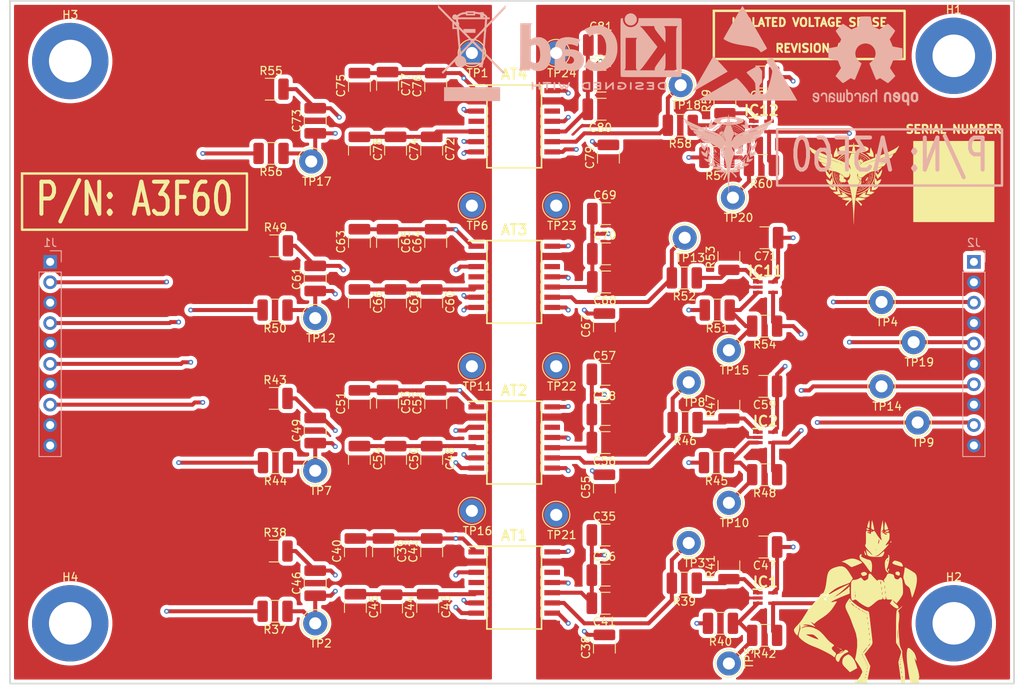
<source format=kicad_pcb>
(kicad_pcb (version 20241229) (generator "pcbnew") (generator_version "9.0")
  (layers (0 "F.Cu" signal) (4 "In1.Cu" signal) (6 "In2.Cu" signal) (2 "B.Cu" signal) (13 "F.Paste" user) (15 "B.Paste" user) (5 "F.SilkS" user "F.Silkscreen") (7 "B.SilkS" user "B.Silkscreen") (1 "F.Mask" user) (3 "B.Mask" user) (25 "Edge.Cuts" user))
  (net 0 "")
  (net 1 "+5V")
  (net 2 "Net-(AT1-DCDC_IN)")
  (net 3 "GNDPWR")
  (net 4 "Net-(AT1-INN)")
  (net 5 "Net-(AT1-OUTP)")
  (net 6 "Net-(AT1-OUTN)")
  (net 7 "Net-(AT1-HLDO_OUT)")
  (net 9 "GND")
  (net 10 "Net-(AT1-DCDC_OUT)")
  (net 12 "Net-(AT1-INP)")
  (net 13 "Net-(AT2-OUTP)")
  (net 15 "Net-(AT2-INN)")
  (net 16 "Net-(AT2-DCDC_IN)")
  (net 17 "Net-(AT2-HLDO_OUT)")
  (net 18 "Net-(AT2-INP)")
  (net 19 "Net-(AT2-OUTN)")
  (net 20 "Net-(AT2-DCDC_OUT)")
  (net 22 "Net-(AT3-INP)")
  (net 23 "Net-(AT3-DCDC_IN)")
  (net 25 "Net-(AT3-DCDC_OUT)")
  (net 26 "Net-(AT3-HLDO_OUT)")
  (net 28 "Net-(AT3-OUTP)")
  (net 29 "Net-(AT3-INN)")
  (net 30 "Net-(AT3-OUTN)")
  (net 31 "Net-(AT4-INP)")
  (net 32 "Net-(AT4-OUTN)")
  (net 33 "Net-(AT4-DCDC_OUT)")
  (net 34 "Net-(AT4-DCDC_IN)")
  (net 35 "Net-(AT4-INN)")
  (net 36 "Net-(AT4-HLDO_OUT)")
  (net 39 "Net-(AT4-OUTP)")
  (net 40 "Net-(IC1--IN)")
  (net 41 "Net-(IC1-+IN)")
  (net 42 "DC_LINK_BUS_ISOLATED_VSENSE")
  (net 43 "PHASE_U_ISOLATED_VSENSE")
  (net 44 "Net-(IC2--IN)")
  (net 45 "Net-(IC2-+IN)")
  (net 46 "Net-(IC11--IN)")
  (net 47 "PHASE_V_ISOLATED_VSENSE")
  (net 48 "Net-(IC11-+IN)")
  (net 49 "PHASE_W_ISOLATED_VSENSE")
  (net 50 "Net-(IC12-+IN)")
  (net 51 "Net-(IC12--IN)")
  (net 52 "PHASE_V_VSENSE")
  (net 53 "PHASE_U_VSENSE")
  (net 54 "DC_LINK_BUS_VSENSE")
  (net 55 "PHASE_W_VSENSE")
  (footprint "Resistor_SMD:R_1210_3225Metric_Pad1.30x2.65mm_HandSolder" (layer "F.Cu") (at 120.55 88)
    (property "Reference" "R49")
    (property "Value" "0")
  )
  (footprint "Capacitor_SMD:C_1210_3225Metric_Pad1.33x2.70mm_HandSolder" (layer "F.Cu") (at 140.5 68.0625 90)
    (property "Reference" "C76")
    (property "Value" "100nF")
  )
  (footprint "Resistor_SMD:R_1210_3225Metric_Pad1.30x2.65mm_HandSolder" (layer "F.Cu") (at 175.55 96 180)
    (property "Reference" "R51")
    (property "Value" "10k")
  )
  (footprint "Capacitor_SMD:C_1210_3225Metric_Pad1.33x2.70mm_HandSolder" (layer "F.Cu") (at 161.5 124)
    (property "Reference" "C35")
    (property "Value" "1uF")
  )
  (footprint "InverterCom:SOT65P210X110-5N" (layer "F.Cu") (at 181.55 93.15)
    (property "Reference" "IC11")
    (property "Value" "TLV6001QDCKRQ1" (hide yes))
  )
  (footprint "MountingHole:MountingHole_5.3mm_M5_ISO7380_Pad" (layer "F.Cu") (at 95 135)
    (property "Reference" "H4")
    (property "Value" "MountingHole_Pad")
  )
  (footprint "Capacitor_SMD:C_1210_3225Metric_Pad1.33x2.70mm_HandSolder" (layer "F.Cu") (at 181.0625 67 180)
    (property "Reference" "C83")
    (property "Value" "100nF")
  )
  (footprint "Resistor_SMD:R_1210_3225Metric_Pad1.30x2.65mm_HandSolder" (layer "F.Cu") (at 171.55 110 180)
    (property "Reference" "R46")
    (property "Value" "10k")
  )
  (footprint "TestPoint:TestPoint_Loop_D2.54mm_Drill1.5mm_Beaded" (layer "F.Cu") (at 171 68)
    (property "Reference" "TP18")
    (property "Value" "TestPoint")
  )
  (footprint "TestPoint:TestPoint_Loop_D2.54mm_Drill1.5mm_Beaded" (layer "F.Cu") (at 155.5 103)
    (property "Reference" "TP22")
    (property "Value" "TestPoint")
  )
  (footprint "TestPoint:TestPoint_Loop_D2.54mm_Drill1.5mm_Beaded" (layer "F.Cu") (at 145 103)
    (property "Reference" "TP11")
    (property "Value" "TestPoint")
  )
  (footprint "Resistor_SMD:R_1210_3225Metric_Pad1.30x2.65mm_HandSolder" (layer "F.Cu") (at 120.5 126)
    (property "Reference" "R38")
    (property "Value" "0")
  )
  (footprint "Resistor_SMD:R_1210_3225Metric_Pad1.30x2.65mm_HandSolder" (layer "F.Cu") (at 170.95 73 180)
    (property "Reference" "R58")
    (property "Value" "10k")
  )
  (footprint "TestPoint:TestPoint_Loop_D2.54mm_Drill1.5mm_Beaded" (layer "F.Cu") (at 177 120)
    (property "Reference" "TP10")
    (property "Value" "TestPoint")
  )
  (footprint "TestPoint:TestPoint_Loop_D2.54mm_Drill1.5mm_Beaded" (layer "F.Cu") (at 172 105)
    (property "Reference" "TP8")
    (property "Value" "TestPoint")
  )
  (footprint "Resistor_SMD:R_1210_3225Metric_Pad1.30x2.65mm_HandSolder" (layer "F.Cu") (at 177 107.95 90)
    (property "Reference" "R47")
    (property "Value" "16.5k")
  )
  (footprint "InverterCom:Silkscreen_Logo_CelstialBeing_S" (layer "F.Cu") (at 192.5 80)
    (property "Reference" "G***" (hide yes))
    (property "Value" "LOGO" (hide yes))
  )
  (footprint "Capacitor_SMD:C_1210_3225Metric_Pad1.33x2.70mm_HandSolder" (layer "F.Cu") (at 161 71 180)
    (property "Reference" "C80")
    (property "Value" "10nF")
  )
  (footprint "TestPoint:TestPoint_Loop_D2.54mm_Drill1.5mm_Beaded" (layer "F.Cu") (at 177 140 90)
    (property "Reference" "TP5")
    (property "Value" "TestPoint")
  )
  (footprint "TestPoint:TestPoint_Loop_D2.54mm_Drill1.5mm_Beaded" (layer "F.Cu") (at 172 125)
    (property "Reference" "TP3")
    (property "Value" "TestPoint")
  )
  (footprint "TestPoint:TestPoint_Loop_D2.54mm_Drill1.5mm_Beaded" (layer "F.Cu") (at 125.5 135)
    (property "Reference" "TP2")
    (property "Value" "TestPoint")
  )
  (footprint "Resistor_SMD:R_1210_3225Metric_Pad1.30x2.65mm_HandSolder" (layer "F.Cu") (at 120.5 107)
    (property "Reference" "R43")
    (property "Value" "0")
  )
  (footprint "Capacitor_SMD:C_1210_3225Metric_Pad1.33x2.70mm_HandSolder" (layer "F.Cu") (at 135.5 95 -90)
    (property "Reference" "C62")
    (property "Value" "100nF")
  )
  (footprint "Resistor_SMD:R_1210_3225Metric_Pad1.30x2.65mm_HandSolder" (layer "F.Cu") (at 181.45 116.5 180)
    (property "Reference" "R48")
    (property "Value" "16.5k")
  )
  (footprint "Capacitor_SMD:C_1210_3225Metric_Pad1.33x2.70mm_HandSolder" (layer "F.Cu") (at 125.5 130 90)
    (property "Reference" "C46")
    (property "Value" "10nF")
  )
  (footprint "Capacitor_SMD:C_1210_3225Metric_Pad1.33x2.70mm_HandSolder" (layer "F.Cu") (at 140 126 90)
    (property "Reference" "C42")
    (property "Value" "100nF")
  )
  (footprint "TestPoint:TestPoint_Loop_D2.54mm_Drill1.5mm_Beaded" (layer "F.Cu") (at 196 105.5)
    (property "Reference" "TP14")
    (property "Value" "TestPoint")
  )
  (footprint "Capacitor_SMD:C_1210_3225Metric_Pad1.33x2.70mm_HandSolder" (layer "F.Cu") (at 161.5 132.5 180)
    (property "Reference" "C41")
    (property "Value" "10nF")
  )
  (footprint "Capacitor_SMD:C_1210_3225Metric_Pad1.33x2.70mm_HandSolder" (layer "F.Cu") (at 135.5 76 -90)
    (property "Reference" "C74")
    (property "Value" "100nF")
  )
  (footprint "Resistor_SMD:R_1210_3225Metric_Pad1.30x2.65mm_HandSolder" (layer "F.Cu") (at 176.5 69.95 90)
    (property "Reference" "R59")
    (property "Value" "16.5k")
  )
  (footprint "Capacitor_SMD:C_1210_3225Metric_Pad1.33x2.70mm_HandSolder" (layer "F.Cu") (at 181.4375 125.5 180)
    (property "Reference" "C47")
    (property "Value" "100nF")
  )
  (footprint "TestPoint:TestPoint_Loop_D2.54mm_Drill1.5mm_Beaded" (layer "F.Cu") (at 145 64)
    (property "Reference" "TP1")
    (property "Value" "TestPoint")
  )
  (footprint "Capacitor_SMD:C_1210_3225Metric_Pad1.33x2.70mm_HandSolder" (layer "F.Cu") (at 135.5 114.5 -90)
    (property "Reference" "C50")
    (property "Value" "100nF")
  )
  (footprint "Capacitor_SMD:C_1210_3225Metric_Pad1.33x2.70mm_HandSolder" (layer "F.Cu") (at 131 95 -90)
    (property "Reference" "C66")
    (property "Value" "1uF")
  )
  (footprint "Capacitor_SMD:C_1210_3225Metric_Pad1.33x2.70mm_HandSolder" (layer "F.Cu") (at 131 114.5 -90)
    (property "Reference" "C54")
    (property "Value" "1uF")
  )
  (footprint "Capacitor_SMD:C_1210_3225Metric_Pad1.33x2.70mm_HandSolder" (layer "F.Cu") (at 131 68.0625 90)
    (property "Reference" "C75")
    (property "Value" "10nF")
  )
  (footprint "Capacitor_SMD:C_1210_3225Metric_Pad1.33x2.70mm_HandSolder" (layer "F.Cu") (at 161.5 109)
    (property "Reference" "C58")
    (property "Value" "100nF")
  )
  (footprint "Capacitor_SMD:C_1210_3225Metric_Pad1.33x2.70mm_HandSolder" (layer "F.Cu") (at 139.5 132.9375 -90)
    (property "Reference" "C43")
    (property "Value" "10nF")
  )
  (footprint "InverterCom:Char_AllelujahHaptism" (layer "F.Cu") (at 195 131)
    (property "Reference" "G***" (hide yes))
    (property "Value" "LOGO" (hide yes))
  )
  (footprint "TestPoint:TestPoint_Loop_D2.54mm_Drill1.5mm_Beaded" (layer "F.Cu") (at 145 121)
    (property "Reference" "TP16")
    (property "Value" "TestPoint")
  )
  (footprint "TestPoint:TestPoint_Loop_D2.54mm_Drill1.5mm_Beaded" (layer "F.Cu") (at 125 77.5)
    (property "Reference" "TP17")
    (property "Value" "TestPoint")
  )
  (footprint "Capacitor_SMD:C_1210_3225Metric_Pad1.33x2.70mm_HandSolder" (layer "F.Cu") (at 134.5 67.9375 -90)
    (property "Reference" "C77")
    (property "Value" "1uF")
  )
  (footprint "Capacitor_SMD:C_1210_3225Metric_Pad1.33x2.70mm_HandSolder" (layer "F.Cu") (at 161.0625 63)
    (property "Reference" "C81")
    (property "Value" "1uF")
  )
  (footprint "InverterCom:SOT65P210X110-5N" (layer "F.Cu") (at 181.55 131.85)
    (property "Reference" "IC1")
    (property "Value" "TLV6001QDCKRQ1" (hide yes))
  )
  (footprint "Resistor_SMD:R_1210_3225Metric_Pad1.30x2.65mm_HandSolder" (layer "F.Cu") (at 120.5 133.5 180)
    (property "Reference" "R37")
    (property "Value" "0")
  )
  (footprint "Resistor_SMD:R_1210_3225Metric_Pad1.30x2.65mm_HandSolder" (layer "F.Cu") (at 175.5 77 180)
    (property "Reference" "R57")
    (property "Value" "10k")
  )
  (footprint "Capacitor_SMD:C_1210_3225Metric_Pad1.33x2.70mm_HandSolder" (layer "F.Cu") (at 161.5 112.5 180)
    (property "Reference" "C56")
    (property "Value" "10nF")
  )
  (footprint "Capacitor_SMD:C_1210_3225Metric_Pad1.33x2.70mm_HandSolder" (layer "F.Cu") (at 161.5 98 90)
    (property "Reference" "C67")
    (property "Value" "100nF")
  )
  (footprint "Resistor_SMD:R_1210_3225Metric_Pad1.30x2.65mm_HandSolder" (layer "F.Cu") (at 120.55 115 180)
    (property "Reference" "R44")
    (property "Value" "0")
  )
  (footprint "TestPoint:TestPoint_Loop_D2.54mm_Drill1.5mm_Beaded" (layer "F.Cu") (at 177 101)
    (property "Reference" "TP15")
    (property "Value" "TestPoint")
  )
  (footprint "InverterCom:SOIC127P1030X265-16N" (layer "F.Cu") (at 150.275 130.555)
    (property "Reference" "AT1")
    (property "Value" "AMC3330QDWERQ1" (hide yes))
  )
  (footprint "Resistor_SMD:R_1210_3225Metric_Pad1.30x2.65mm_HandSolder" (layer "F.Cu") (at 171.45 130 180)
    (property "Reference" "R39")
    (property "Value" "10k")
  )
  (footprint "Capacitor_SMD:C_1210_3225Metric_Pad1.33x2.70mm_HandSolder" (layer "F.Cu") (at 134.5 107.5 -90)
    (property "Reference" "C53")
    (property "Value" "1uF")
  )
  (footprint "Capacitor_SMD:C_1210_3225Metric_Pad1.33x2.70mm_HandSolder" (layer "F.Cu") (at 161.5625 92.5 180)
    (property "Reference" "C68")
    (property "Value" "10nF")
  )
  (footprint "Capacitor_SMD:C_1210_3225Metric_Pad1.33x2.70mm_HandSolder" (layer "F.Cu") (at 140 114.5 -90)
    (property "Reference" "C48")
    (property "Value" "10nF")
  )
  (footprint "TestPoint:TestPoint_Loop_D2.54mm_Drill1.5mm_Beaded" (layer "F.Cu") (at 145 83)
    (property "Reference" "TP6")
    (property "Value" "TestPoint")
  )
  (footprint "InverterCom:SOIC127P1030X265-16N" (layer "F.Cu") (at 150.275 73.135)
    (property "Reference" "AT4")
    (property "Value" "AMC3330QDWERQ1" (hide yes))
  )
  (footprint "TestPoint:TestPoint_Loop_D2.54mm_Drill1.5mm_Beaded" (layer "F.Cu") (at 155.5 83)
    (property "Reference" "TP23")
    (property "Value" "TestPoint")
  )
  (footprint "Capacitor_SMD:C_1210_3225Metric_Pad1.33x2.70mm_HandSolder" (layer "F.Cu") (at 181.4375 105.5 180)
    (property "Reference" "C59")
    (property "Value" "100nF")
  )
  (footprint "Resistor_SMD:R_1210_3225Metric_Pad1.30x2.65mm_HandSolder" (layer "F.Cu") (at 177 89.45 90)
    (property "Reference" "R53")
    (property "Value" "16.5k")
  )
  (footprint "MountingHole:MountingHole_5.3mm_M5_ISO7380_Pad" (layer "F.Cu") (at 205 135)
    (property "Reference" "H2")
    (property "Value" "MountingHole_Pad")
  )
  (footprint "Capacitor_SMD:C_1210_3225Metric_Pad1.33x2.70mm_HandSolder" (layer "F.Cu") (at 130.5 126 90)
    (property "Reference" "C40")
    (property "Value" "10nF")
  )
  (footprint "TestPoint:TestPoint_Loop_D2.54mm_Drill1.5mm_Beaded" (layer "F.Cu") (at 155.5 64)
    (property "Reference" "TP24")
    (property "Value" "TestPoint")
  )
  (footprint "Resistor_SMD:R_1210_3225Metric_Pad1.30x2.65mm_HandSolder" (layer "F.Cu") (at 175.95 135 180)
    (property "Reference" "R40")
    (property "Value" "10k")
  )
  (footprint "Capacitor_SMD:C_1210_3225Metric_Pad1.33x2.70mm_HandSolder" (layer "F.Cu") (at 162 77 90)
    (property "Reference" "C79")
    (property "Value" "100nF")
  )
  (footprint "TestPoint:TestPoint_Loop_D2.54mm_Drill1.5mm_Beaded" (layer "F.Cu") (at 177.5 82)
    (property "Reference" "TP20")
    (property "Value" "TestPoint")
  )
  (footprint "Capacitor_SMD:C_1210_3225Metric_Pad1.33x2.70mm_HandSolder" (layer "F.Cu") (at 140 95 -90)
    (property "Reference" "C60")
    (property "Value" "10nF")
  )
  (footprint "Resistor_SMD:R_1210_3225Metric_Pad1.30x2.65mm_HandSolder" (layer "F.Cu") (at 177 127.95 90)
    (property "Reference" "R41")
    (property "Value" "16.5k")
  )
  (footprint "MountingHole:MountingHole_5.3mm_M5_ISO7380_Pad" (layer "F.Cu") (at 95 65)
    (property "Reference" "H3")
    (property "Value" "MountingHole_Pad")
  )
  (footprint "Capacitor_SMD:C_1210_3225Metric_Pad1.33x2.70mm_HandSolder" (layer "F.Cu") (at 140.5 107.5625 90)
    (property "Reference" "C52")
    (property "Value" "100nF")
  )
  (footprint "Capacitor_SMD:C_1210_3225Metric_Pad1.33x2.70mm_HandSolder" (layer "F.Cu") (at 161.5 104)
    (property "Reference" "C57")
    (property "Value" "1uF")
  )
  (footprint "Capacitor_SMD:C_1210_3225Metric_Pad1.33x2.70mm_HandSolder" (layer "F.Cu") (at 134 126 -90)
    (property "Reference" "C39")
    (property "Value" "1uF")
  )
  (footprint "Resistor_SMD:R_1210_3225Metric_Pad1.30x2.65mm_HandSolder" (layer "F.Cu") (at 181.45 136.5 180)
    (property "Reference" "R42")
    (property "Value" "16.5k")
  )
  (footprint "Capacitor_SMD:C_1210_3225Metric_Pad1.33x2.70mm_HandSolder" (layer "F.Cu") (at 161.5625 89)
    (property "Reference" "C70")
    (property "Value" "100nF")
  )
  (footprint "Capacitor_SMD:C_1210_3225Metric_Pad1.33x2.70mm_HandSolder" (layer "F.Cu") (at 131 76 -90)
    (property "Reference" "C78")
    (property "Value" "1uF")
  )
  (footprint "TestPoint:TestPoint_Loop_D2.54mm_Drill1.5mm_Beaded" (layer "F.Cu") (at 155.5 121.5)
    (property "Reference" "TP21")
    (property "Value" "TestPoint")
  )
  (footprint "TestPoint:TestPoint_Loop_D2.54mm_Drill1.5mm_Beaded" (layer "F.Cu") (at 196 95)
    (property "Reference" "TP4")
    (property "Value" "TestPoint")
  )
  (footprint "Capacitor_SMD:C_1210_3225Metric_Pad1.33x2.70mm_HandSolder" (layer "F.Cu") (at 181.5625 87 180)
    (property "Reference" "C71")
    (property "Value" "100nF")
  )
  (footprint "Resistor_SMD:R_1210_3225Metric_Pad1.30x2.65mm_HandSolder" (layer "F.Cu") (at 181.45 98 180)
    (property "Reference" "R54")
    (property "Value" "16.5k")
  )
  (footprint "Capacitor_SMD:C_1210_3225Metric_Pad1.33x2.70mm_HandSolder" (layer "F.Cu") (at 161.5 129)
    (property "Reference" "C36")
    (property "Value" "100nF")
  )
  (footprint "Resistor_SMD:R_1210_3225Metric_Pad1.30x2.65mm_HandSolder" (layer "F.Cu") (at 120 68.5)
    (property "Reference" "R55")
    (property "Value" "0")
  )
  (footprint "Resistor_SMD:R_1210_3225Metric_Pad1.30x2.65mm_HandSolder" (layer "F.Cu") (at 120.5 96 180)
    (property "Reference" "R50")
    (property "Value" "0")
  )
  (footprint "Capacitor_SMD:C_1210_3225Metric_Pad1.33x2.70mm_HandSolder" (layer "F.Cu") (at 161 67.5)
    (property "Reference" "C82")
    (property "Value" "100nF")
  )
  (footprint "Capacitor_SMD:C_1210_3225Metric_Pad1.33x2.70mm_HandSolder" (layer "F.Cu") (at 161.5 138 90)
    (property "Reference" "C38")
    (property "Value" "100nF")
  )
  (footprint "InverterCom:SOT65P210X110-5N" (layer "F.Cu") (at 181.55 111.85)
    (property "Reference" "IC2")
    (property "Value" "TLV6001QDCKRQ1" (hide yes))
  )
  (footprint "Capacitor_SMD:C_1210_3225Metric_Pad1.33x2.70mm_HandSolder" (layer "F.Cu") (at 131 107.5625 90)
    (property "Reference" "C51")
    (property "Value" "10nF")
  )
  (footprint "TestPoint:TestPoint_Loop_D2.54mm_Drill1.5mm_Beaded" (layer "F.Cu") (at 125.5 116)
    (property "Reference" "TP7")
    (property "Value" "TestPoint")
  )
  (footprint "InverterCom:SOT65P210X110-5N" (layer "F.Cu") (at 181.05 73.15)
    (property "Reference" "IC12")
    (property "Value" "TLV6001QDCKRQ1" (hide yes))
  )
  (footprint "InverterCom:SOIC127P1030X265-16N" (layer "F.Cu") (at 150.275 112.5)
    (property "Reference" "AT2")
    (property "Value" "AMC3330QDWERQ1" (hide yes))
  )
  (footprint "Capacitor_SMD:C_1210_3225Metric_Pad1.33x2.70mm_HandSolder" (layer "F.Cu") (at 131 87.5 90)
    (property "Reference" "C63")
    (property "Value" "10nF")
  )
  (footprint "Capacitor_SMD:C_1210_3225Metric_Pad1.33x2.70mm_HandSolder" (layer "F.Cu") (at 140.5 87.5 90)
    (property "Reference" "C64")
    (property "Value" "100nF")
  )
  (footprint "Capacitor_SMD:C_1210_3225Metric_Pad1.33x2.70mm_HandSolder" (layer "F.Cu") (at 130.5 132.9375 -90)
    (property "Reference" "C45")
    (property "Value" "1uF")
  )
  (footprint "MountingHole:MountingHole_5.3mm_M5_ISO7380_Pad" (layer "F.Cu") (at 205 64.35)
    (property "Reference" "H1")
    (property "Value" "MountingHole_Pad")
  )
  (footprint "Resistor_SMD:R_1210_3225Metric_Pad1.30x2.65mm_HandSolder" (layer "F.Cu") (at 171.45 92 180)
    (property "Reference" "R52")
    (property "Value" "10k")
  )
  (footprint "Capacitor_SMD:C_1210_3225Metric_Pad1.33x2.70mm_HandSolder" (layer "F.Cu") (at 125.5 111 90)
    (property "Reference" "C49")
    (property "Value" "10nF")
  )
  (footprint "Resistor_SMD:R_1210_3225Metric_Pad1.30x2.65mm_HandSolder" (layer "F.Cu") (at 181.05 78 180)
    (property "Reference" "R60")
    (property "Value" "16.5k")
  )
  (footprint "TestPoint:TestPoint_Loop_D2.54mm_Drill1.5mm_Beaded" (layer "F.Cu") (at 125.5 97)
    (property "Reference" "TP12")
    (property "Value" "TestPoint")
  )
  (footprint "Capacitor_SMD:C_1210_3225Metric_Pad1.33x2.70mm_HandSolder" (layer "F.Cu") (at 125.5 92.0625 90)
    (property "Reference" "C61")
    (property "Value" "10nF")
  )
  (footprint "TestPoint:TestPoint_Loop_D2.54mm_Drill1.5mm_Beaded" (layer "F.Cu") (at 171.5 87)
    (property "Reference" "TP13")
    (property "Value" "TestPoint")
  )
  (footprint "Resistor_SMD:R_1210_3225Metric_Pad1.30x2.65mm_HandSolder" (layer "F.Cu") (at 120 76.5 180)
    (property "Reference" "R56")
    (property "Value" "0")
  )
  (footprint "Capacitor_SMD:C_1210_3225Metric_Pad1.33x2.70mm_HandSolder" (layer "F.Cu") (at 140 76 -90)
    (property "Reference" "C72")
    (property "Value" "10nF")
  )
  (footprint "Capacitor_SMD:C_1210_3225Metric_Pad1.33x2.70mm_HandSolder" (layer "F.Cu") (at 135 133 -90)
    (property "Reference" "C44")
    (property "Value" "100nF")
  )
  (footprint "Resistor_SMD:R_1210_3225Metric_Pad1.30x2.65mm_HandSolder" (layer "F.Cu") (at 175.45 115 180)
    (property "Reference" "R45")
    (property "Value" "10k")
  )
  (footprint "TestPoint:TestPoint_Loop_D2.54mm_Drill1.5mm_Beaded" (layer "F.Cu") (at 200.5 110)
    (property "Reference" "TP9")
    (property "Value" "TestPoint")
  )
  (footprint "Capacitor_SMD:C_1210_3225Metric_Pad1.33x2.70mm_HandSolder" (layer "F.Cu") (at 134.5 87.5 -90)
    (property "Reference" "C65")
    (property "Value" "1uF")
  )
  (footprint "Capacitor_SMD:C_1210_3225Metric_Pad1.33x2.70mm_HandSolder" (layer "F.Cu") (at 125.5 72.4375 90)
    (property "Reference" "C73")
    (property "Value" "10nF")
  )
  (footprint "Capacitor_SMD:C_1210_3225Metric_Pad1.33x2.70mm_HandSolder" (layer "F.Cu") (at 161.5625 84)
    (property "Reference" "C69")
    (property "Value" "1uF")
  )
  (footprint "InverterCom:SOIC127P1030X265-16N" (layer "F.Cu") (at 150.275 92.5)
    (property "Reference" "AT3")
    (property "Value" "AMC3330QDWERQ1" (hide yes))
  )
  (footprint "Capacitor_SMD:C_1210_3225Metric_Pad1.33x2.70mm_HandSolder" (layer "F.Cu") (at 161.5 118.0625 90)
    (property "Reference" "C55")
    (property "Value" "100nF")
  )
  (footprint "TestPoint:TestPoint_Loop_D2.54mm_Drill1.5mm_Beaded" (layer "F.Cu") (at 200 100)
    (property "Reference" "TP19")
    (property "Value" "TestPoint")
  )
  (footprint "Symbol:OSHW-Logo2_14.6x12mm_SilkScreen" (layer "B.Cu") (at 194 65 180)
    (property "Reference" "REF**" (hide yes))
    (property "Value" "OSHW-Logo2_14.6x12mm_SilkScreen" (hide yes))
  )
  (footprint "Symbol:KiCad-Logo2_8mm_SilkScreen" (layer "B.Cu") (at 161 63 180)
    (property "Reference" "REF**" (hide yes))
    (property "Value" "KiCad-Logo2_8mm_SilkScreen" (hide yes))
  )
  (footprint "InverterCom:Silkscreen_Logo_CelstialBeing_S" (layer "B.Cu") (at 177 76.5 180)
    (property "Reference" "G***" (hide yes))
    (property "Value" "LOGO" (hide yes))
  )
  (footprint "Connector_PinHeader_2.54mm:PinHeader_1x10_P2.54mm_Vertical" (layer "B.Cu") (at 92.5 90 180)
    (property "Reference" "J1")
    (property "Value" "Conn_01x10_Pin")
  )
  (footprint "Connector_PinHeader_2.54mm:PinHeader_1x10_P2.54mm_Vertical" (layer "B.Cu") (at 207.5 90 180)
    (property "Reference" "J2")
    (property "Value" "Conn_01x10_Pin")
  )
  (footprint "Symbol:WEEE-Logo_8.4x12mm_SilkScreen" (layer "B.Cu") (at 145 64 180)
    (property "Reference" "REF**" (hide yes))
    (property "Value" "WEEE-Logo_8.4x12mm_SilkScreen" (hide yes))
  )
  (footprint "Symbol:ESD-Logo_13.2x12mm_SilkScreen" (layer "B.Cu") (at 179 64 180)
    (property "Reference" "REF**" (hide yes))
    (property "Value" "ESD-Logo_13.2x12mm_SilkScreen" (hide yes))
  )
  (gr_rect (start 200 75) (end 210 85) (stroke (width 0.1)) (fill yes) (layer "F.SilkS"))
  (gr_rect (start 87.5 57.5) (end 212.5 142.5) (stroke (width 0.2)) (fill no) (layer "Edge.Cuts"))
  (gr_text "SERIAL NUMBER" (at 205 73.5 0) (layer "F.SilkS") (effects (font (size 1 1) (thickness 0.25) (bold yes))))
  (gr_text_box "P/N: A3F60" (start 89 79) (end 117 86) (margins 1.0025 1.0025 1.0025 1.0025) (layer "F.SilkS") (effects (font (size 4 2.75) (thickness 0.5) (bold yes)) (justify top)) (border yes) (stroke (width 0.3)))
  (gr_text_box "ISOLATED VOLTAGE SENSE\n\nREVISION A" (start 175.125 58.75) (end 198.875 64.75) (margins 1.0025 1.0025 1.0025 1.0025) (layer "F.SilkS") (effects (font (size 1 1) (thickness 0.25) (bold yes)) (justify top)) (border yes) (stroke (width 0.3)))
  (gr_text_box "P/N: A3F60" (start 183 73.5) (end 211 80.5) (margins 1.0025 1.0025 1.0025 1.0025) (layer "B.SilkS") (effects (font (size 4 2.75) (thickness 0.5) (bold yes)) (justify top mirror)) (border yes) (stroke (width 0.3)))
  (segment (start 159.4375 67.5) (end 159.4375 71) (width 0.5) (layer "F.Cu") (net 1))
  (segment (start 183 130.7) (end 182.5 131.2) (width 0.5) (layer "F.Cu") (net 1))
  (segment (start 158.6275 131.19) (end 159.9375 132.5) (width 0.5) (layer "F.Cu") (net 1))
  (segment (start 183.125 91.875) (end 182.5 92.5) (width 0.5) (layer "F.Cu") (net 1))
  (segment (start 183 105.5) (end 183 110.7) (width 0.5) (layer "F.Cu") (net 1))
  (segment (start 159.4375 63.0625) (end 159.5 63) (width 0.5) (layer "F.Cu") (net 1))
  (segment (start 159.4375 65.5) (end 160.5 65.5) (width 0.5) (layer "F.Cu") (net 1))
  (segment (start 159.9375 106.5) (end 161.5 106.5) (width 0.5) (layer "F.Cu") (net 1))
  (segment (start 183 110.7) (end 182.5 111.2) (width 0.5) (layer "F.Cu") (net 1))
  (segment (start 155 131.19) (end 158.6275 131.19) (width 0.5) (layer "F.Cu") (net 1))
  (segment (start 159.9375 126.5) (end 161.5 126.5) (width 0.5) (layer "F.Cu") (net 1))
  (segment (start 160 86.5) (end 160 84) (width 0.5) (layer "F.Cu") (net 1))
  (segment (start 184.5 67) (end 185 67.5) (width 0.5) (layer "F.Cu") (net 1))
  (segment (start 156.6675 73.77) (end 159.4375 71) (width 0.5) (layer "F.Cu") (net 1))
  (segment (start 182.625 67) (end 184.5 67) (width 0.5) (layer "F.Cu") (net 1))
  (segment (start 159.4375 65.5) (end 159.4375 63.0625) (width 0.5) (layer "F.Cu") (net 1))
  (segment (start 183.125 87) (end 183.125 91.875) (width 0.5) (layer "F.Cu") (net 1))
  (segment (start 159.9375 106.5) (end 159.9375 104) (width 0.5) (layer "F.Cu") (net 1))
  (segment (start 183 105.5) (end 183 104) (width 0.5) (layer "F.Cu") (net 1))
  (segment (start 159.9375 132.5) (end 159.9375 126.5) (width 0.5) (layer "F.Cu") (net 1))
  (segment (start 159.9375 126.5) (end 159.9375 124) (width 0.5) (layer "F.Cu") (net 1))
  (segment (start 160 92.5) (end 160 86.5) (width 0.5) (layer "F.Cu") (net 1))
  (segment (start 155 113.135) (end 159.3025 113.135) (width 0.5) (layer "F.Cu") (net 1))
  (segment (start 183 125.5) (end 185 125.5) (width 0.5) (layer "F.Cu") (net 1))
  (segment (start 160 86.5) (end 162 86.5) (width 0.5) (layer "F.Cu") (net 1))
  (segment (start 159.4375 67.5) (end 159.4375 65.5) (width 0.5) (layer "F.Cu") (net 1))
  (segment (start 159.9375 112.5) (end 159.9375 106.5) (width 0.5) (layer "F.Cu") (net 1))
  (segment (start 182 72.5) (end 182 67.625) (width 0.5) (layer "F.Cu") (net 1))
  (segment (start 183.125 87) (end 185 87) (width 0.5) (layer "F.Cu") (net 1))
  (segment (start 155 73.77) (end 156.6675 73.77) (width 0.5) (layer "F.Cu") (net 1))
  (segment (start 183 125.5) (end 183 130.7) (width 0.5) (layer "F.Cu") (net 1))
  (segment (start 160.5 65.5) (end 161 65) (width 0.5) (layer "F.Cu") (net 1))
  (segment (start 159.365 93.135) (end 160 92.5) (width 0.5) (layer "F.Cu") (net 1))
  (segment (start 155 93.135) (end 159.365 93.135) (width 0.5) (layer "F.Cu") (net 1))
  (segment (start 183 104) (end 184 103) (width 0.5) (layer "F.Cu") (net 1))
  (segment (start 182 67.625) (end 182.625 67) (width 0.5) (layer "F.Cu") (net 1))
  (segment (start 159.3025 113.135) (end 159.9375 112.5) (width 0.5) (layer "F.Cu") (net 1))
  (via (at 185 67.5) (size 0.6) (drill 0.3) (layers "F.Cu" "B.Cu") (net 1))
  (via (at 185 87) (size 0.6) (drill 0.3) (layers "F.Cu" "B.Cu") (net 1))
  (via (at 162 86.5) (size 0.6) (drill 0.3) (layers "F.Cu" "B.Cu") (net 1))
  (via (at 161 65) (size 0.6) (drill 0.3) (layers "F.Cu" "B.Cu") (net 1))
  (via (at 185 125.5) (size 0.6) (drill 0.3) (layers "F.Cu" "B.Cu") (net 1))
  (via (at 161.5 126.5) (size 0.6) (drill 0.3) (layers "F.Cu" "B.Cu") (net 1))
  (via (at 184 103) (size 0.6) (drill 0.3) (layers "F.Cu" "B.Cu") (net 1))
  (via (at 161.5 106.5) (size 0.6) (drill 0.3) (layers "F.Cu" "B.Cu") (net 1))
  (segment (start 156.89 126.11) (end 157 126) (width 0.5) (layer "F.Cu") (net 2))
  (segment (start 159.4375 136.4375) (end 159 136) (width 0.5) (layer "F.Cu") (net 2))
  (segment (start 155 126.11) (end 156.89 126.11) (width 0.5) (layer "F.Cu") (net 2))
  (segment (start 156.92 129.92) (end 157 130) (width 0.5) (layer "F.Cu") (net 2))
  (segment (start 155 129.92) (end 156.92 129.92) (width 0.5) (layer "F.Cu") (net 2))
  (segment (start 161.5 136.4375) (end 159.4375 136.4375) (width 0.5) (layer "F.Cu") (net 2))
  (via (at 157 130) (size 0.6) (drill 0.3) (layers "F.Cu" "B.Cu") (net 2))
  (via (at 159 136) (size 0.6) (drill 0.3) (layers "F.Cu" "B.Cu") (net 2))
  (via (at 157 126) (size 0.6) (drill 0.3) (layers "F.Cu" "B.Cu") (net 2))
  (segment (start 143.73 133.73) (end 143 133) (width 0.5) (layer "F.Cu") (net 4))
  (segment (start 123.0625 126) (end 125.5 128.4375) (width 0.5) (layer "F.Cu") (net 4))
  (segment (start 145.55 133.73) (end 143.73 133.73) (width 0.5) (layer "F.Cu") (net 4))
  (segment (start 127.4375 128.4375) (end 128 129) (width 0.5) (layer "F.Cu") (net 4))
  (segment (start 125.5 128.4375) (end 127.4375 128.4375) (width 0.5) (layer "F.Cu") (net 4))
  (segment (start 122.05 126) (end 123.0625 126) (width 0.5) (layer "F.Cu") (net 4))
  (via (at 143 133) (size 0.6) (drill 0.3) (layers "F.Cu" "B.Cu") (net 4))
  (via (at 128 129) (size 0.6) (drill 0.3) (layers "F.Cu" "B.Cu") (net 4))
  (segment (start 159 135) (end 167 135) (width 0.5) (layer "F.Cu") (net 5))
  (segment (start 167 135) (end 169.9 132.1) (width 0.5) (layer "F.Cu") (net 5))
  (segment (start 169.9 127.1) (end 172 125) (width 0.5) (layer "F.Cu") (net 5))
  (segment (start 169.9 130) (end 169.9 127.1) (width 0.5) (layer "F.Cu") (net 5))
  (segment (start 169.9 132.1) (end 169.9 130) (width 0.5) (layer "F.Cu") (net 5))
  (segment (start 156.46 132.46) (end 159 135) (width 0.5) (layer "F.Cu") (net 5))
  (segment (start 155 132.46) (end 156.46 132.46) (width 0.5) (layer "F.Cu") (net 5))
  (segment (start 155 133.73) (end 155.73 133.73) (width 0.5) (layer "F.Cu") (net 6))
  (segment (start 155.73 133.73) (end 157 135) (width 0.5) (layer "F.Cu") (net 6))
  (segment (start 174.4 135) (end 173 135) (width 0.5) (layer "F.Cu") (net 6))
  (via (at 173 135) (size 0.6) (drill 0.3) (layers "F.Cu" "B.Cu") (net 6))
  (via (at 157 135) (size 0.6) (drill 0.3) (layers "F.Cu" "B.Cu") (net 6))
  (segment (start 145.365 131.375) (end 145.55 131.19) (width 0.5) (layer "F.Cu") (net 7))
  (segment (start 130.5 131.375) (end 145.365 131.375) (width 0.5) (layer "F.Cu") (net 7))
  (segment (start 178.85 73.15) (end 178.5 73.5) (width 0.35) (layer "F.Cu") (net 9))
  (segment (start 180.6 93.15) (end 179.65 93.15) (width 0.35) (layer "F.Cu") (net 9))
  (segment (start 180.6 111.85) (end 179.35 111.85) (width 0.35) (layer "F.Cu") (net 9))
  (segment (start 179.65 93.15) (end 179.5 93) (width 0.35) (layer "F.Cu") (net 9))
  (segment (start 180.6 131.85) (end 179.15 131.85) (width 0.35) (layer "F.Cu") (net 9))
  (segment (start 179 132) (end 179.15 131.85) (width 0.35) (layer "F.Cu") (net 9))
  (segment (start 179.35 111.85) (end 179 111.5) (width 0.35) (layer "F.Cu") (net 9))
  (segment (start 180.1 73.15) (end 178.85 73.15) (width 0.35) (layer "F.Cu") (net 9))
  (segment (start 145.55 128.65) (end 143.35 128.65) (width 0.5) (layer "F.Cu") (net 10))
  (segment (start 143.35 128.65) (end 143 129) (width 0.5) (layer "F.Cu") (net 10))
  (segment (start 143 124.4375) (end 143.8775 124.4375) (width 0.5) (layer "F.Cu") (net 10))
  (segment (start 143.8775 124.4375) (end 145.55 126.11) (width 0.5) (layer "F.Cu") (net 10))
  (segment (start 130.5 124.4375) (end 143 124.4375) (width 0.5) (layer "F.Cu") (net 10))
  (via (at 143 129) (size 0.6) (drill 0.3) (layers "F.Cu" "B.Cu") (net 10))
  (via (at 143 124.4375) (size 0.6) (drill 0.3) (layers "F.Cu" "B.Cu") (net 10))
  (segment (start 144.335 132.46) (end 144 132.125) (width 0.5) (layer "F.Cu") (net 12))
  (segment (start 125.5 131.5625) (end 125.5 135) (width 0.5) (layer "F.Cu") (net 12))
  (segment (start 124 133.5) (end 125.5 135) (width 0.5) (layer "F.Cu") (net 12))
  (segment (start 122.05 133.5) (end 124 133.5) (width 0.5) (layer "F.Cu") (net 12))
  (segment (start 125.5 131.5625) (end 127.4375 131.5625) (width 0.5) (layer "F.Cu") (net 12))
  (segment (start 145.55 132.46) (end 144.335 132.46) (width 0.5) (layer "F.Cu") (net 12))
  (segment (start 127.4375 131.5625) (end 128 131) (width 0.5) (layer "F.Cu") (net 12))
  (via (at 144 132.125) (size 0.6) (drill 0.3) (layers "F.Cu" "B.Cu") (net 12))
  (via (at 128 131) (size 0.6) (drill 0.3) (layers "F.Cu" "B.Cu") (net 12))
  (segment (start 159 115) (end 167 115) (width 0.5) (layer "F.Cu") (net 13))
  (segment (start 170 110) (end 170 107) (width 0.5) (layer "F.Cu") (net 13))
  (segment (start 170 112) (end 170 110) (width 0.5) (layer "F.Cu") (net 13))
  (segment (start 170 107) (end 172 105) (width 0.5) (layer "F.Cu") (net 13))
  (segment (start 155 114.405) (end 158.405 114.405) (width 0.5) (layer "F.Cu") (net 13))
  (segment (start 167 115) (end 170 112) (width 0.5) (layer "F.Cu") (net 13))
  (segment (start 158.405 114.405) (end 159 115) (width 0.5) (layer "F.Cu") (net 13))
  (segment (start 125.5 109.4375) (end 126.4375 109.4375) (width 0.5) (layer "F.Cu") (net 15))
  (segment (start 122.05 107) (end 123.0625 107) (width 0.5) (layer "F.Cu") (net 15))
  (segment (start 126.4375 109.4375) (end 128 111) (width 0.5) (layer "F.Cu") (net 15))
  (segment (start 143.675 115.675) (end 143 115) (width 0.5) (layer "F.Cu") (net 15))
  (segment (start 123.0625 107) (end 125.5 109.4375) (width 0.5) (layer "F.Cu") (net 15))
  (segment (start 145.55 115.675) (end 143.675 115.675) (width 0.5) (layer "F.Cu") (net 15))
  (via (at 128 111) (size 0.6) (drill 0.3) (layers "F.Cu" "B.Cu") (net 15))
  (via (at 143 115) (size 0.6) (drill 0.3) (layers "F.Cu" "B.Cu") (net 15))
  (segment (start 161.5 116.5) (end 160.5 116.5) (width 0.5) (layer "F.Cu") (net 16))
  (segment (start 155 108.055) (end 156.945 108.055) (width 0.5) (layer "F.Cu") (net 16))
  (segment (start 156.865 111.865) (end 157 112) (width 0.5) (layer "F.Cu") (net 16))
  (segment (start 156.945 108.055) (end 157 108) (width 0.5) (layer "F.Cu") (net 16))
  (segment (start 155 111.865) (end 156.865 111.865) (width 0.5) (layer "F.Cu") (net 16))
  (segment (start 160.5 116.5) (end 160 116) (width 0.5) (layer "F.Cu") (net 16))
  (via (at 157 108) (size 0.6) (drill 0.3) (layers "F.Cu" "B.Cu") (net 16))
  (via (at 157 112) (size 0.6) (drill 0.3) (layers "F.Cu" "B.Cu") (net 16))
  (via (at 160 116) (size 0.6) (drill 0.3) (layers "F.Cu" "B.Cu") (net 16))
  (segment (start 145.3525 112.9375) (end 145.55 113.135) (width 0.5) (layer "F.Cu") (net 17))
  (segment (start 131 112.9375) (end 145.3525 112.9375) (width 0.5) (layer "F.Cu") (net 17))
  (segment (start 122.1 115) (end 124.5 115) (width 0.5) (layer "F.Cu") (net 18))
  (segment (start 124.5 115) (end 125.5 116) (width 0.5) (layer "F.Cu") (net 18))
  (segment (start 127.5625 112.5625) (end 128 113) (width 0.5) (layer "F.Cu") (net 18))
  (segment (start 125.5 112.5625) (end 125.5 116) (width 0.5) (layer "F.Cu") (net 18))
  (segment (start 125.5 112.5625) (end 127.5625 112.5625) (width 0.5) (layer "F.Cu") (net 18))
  (segment (start 144.405 114.405) (end 144 114) (width 0.5) (layer "F.Cu") (net 18))
  (segment (start 145.55 114.405) (end 144.405 114.405) (width 0.5) (layer "F.Cu") (net 18))
  (via (at 128 113) (size 0.6) (drill 0.3) (layers "F.Cu" "B.Cu") (net 18))
  (via (at 144 114) (size 0.6) (drill 0.3) (layers "F.Cu" "B.Cu") (net 18))
  (segment (start 155 115.675) (end 156.675 115.675) (width 0.5) (layer "F.Cu") (net 19))
  (segment (start 173.9 115) (end 172 115) (width 0.5) (layer "F.Cu") (net 19))
  (segment (start 156.675 115.675) (end 157 116) (width 0.5) (layer "F.Cu") (net 19))
  (via (at 172 115) (size 0.6) (drill 0.3) (layers "F.Cu" "B.Cu") (net 19))
  (via (at 157 116) (size 0.6) (drill 0.3) (layers "F.Cu" "B.Cu") (net 19))
  (segment (start 144.19 111) (end 144.595 110.595) (width 0.5) (layer "F.Cu") (net 20))
  (segment (start 143 111) (end 144.19 111) (width 0.5) (layer "F.Cu") (net 20))
  (segment (start 143.495 106) (end 145.55 108.055) (width 0.5) (layer "F.Cu") (net 20))
  (segment (start 144.595 110.595) (end 145.55 110.595) (width 0.5) (layer "F.Cu") (net 20))
  (segment (start 131 106) (end 143.495 106) (width 0.5) (layer "F.Cu") (net 20))
  (via (at 143.495 106) (size 0.6) (drill 0.3) (layers "F.Cu" "B.Cu") (net 20))
  (via (at 143 111) (size 0.6) (drill 0.3) (layers "F.Cu" "B.Cu") (net 20))
  (segment (start 145.55 94.405) (end 144.2175 94.405) (width 0.5) (layer "F.Cu") (net 22))
  (segment (start 124.5 96) (end 125.5 97) (width 0.5) (layer "F.Cu") (net 22))
  (segment (start 127.625 93.625) (end 128 94) (width 0.5) (layer "F.Cu") (net 22))
  (segment (start 125.5 93.625) (end 125.5 97) (width 0.5) (layer "F.Cu") (net 22))
  (segment (start 122.05 96) (end 124.5 96) (width 0.5) (layer "F.Cu") (net 22))
  (segment (start 125.5 93.625) (end 127.625 93.625) (width 0.5) (layer "F.Cu") (net 22))
  (segment (start 144.2175 94.405) (end 144 94.1875) (width 0.5) (layer "F.Cu") (net 22))
  (via (at 144 94.1875) (size 0.6) (drill 0.3) (layers "F.Cu" "B.Cu") (net 22))
  (via (at 128 94) (size 0.6) (drill 0.3) (layers "F.Cu" "B.Cu") (net 22))
  (segment (start 155 88.055) (end 156.945 88.055) (width 0.5) (layer "F.Cu") (net 23))
  (segment (start 156.865 91.865) (end 157 92) (width 0.5) (layer "F.Cu") (net 23))
  (segment (start 159.4375 96.4375) (end 159 96) (width 0.5) (layer "F.Cu") (net 23))
  (segment (start 156.945 88.055) (end 157 88) (width 0.5) (layer "F.Cu") (net 23))
  (segment (start 161.5 96.4375) (end 159.4375 96.4375) (width 0.5) (layer "F.Cu") (net 23))
  (segment (start 155 91.865) (end 156.865 91.865) (width 0.5) (layer "F.Cu") (net 23))
  (via (at 157 92) (size 0.6) (drill 0.3) (layers "F.Cu" "B.Cu") (net 23))
  (via (at 159 96) (size 0.6) (drill 0.3) (layers "F.Cu" "B.Cu") (net 23))
  (via (at 157 88) (size 0.6) (drill 0.3) (layers "F.Cu" "B.Cu") (net 23))
  (segment (start 143.027781 91) (end 143.19 91) (width 0.5) (layer "F.Cu") (net 25))
  (segment (start 145.55 88.055) (end 145.055 88.055) (width 0.5) (layer "F.Cu") (net 25))
  (segment (start 140.5 85.9375) (end 131 85.9375) (width 0.5) (layer "F.Cu") (net 25))
  (segment (start 145.055 88.055) (end 143 86) (width 0.5) (layer "F.Cu") (net 25))
  (segment (start 143.595 90.595) (end 145.55 90.595) (width 0.5) (layer "F.Cu") (net 25))
  (segment (start 142.9375 85.9375) (end 140.5 85.9375) (width 0.5) (layer "F.Cu") (net 25))
  (segment (start 143 86) (end 142.9375 85.9375) (width 0.5) (layer "F.Cu") (net 25))
  (segment (start 143.19 91) (end 143.595 90.595) (width 0.5) (layer "F.Cu") (net 25))
  (via (at 143.027781 91) (size 0.6) (drill 0.3) (layers "F.Cu" "B.Cu") (net 25))
  (via (at 143 86) (size 0.6) (drill 0.3) (layers "F.Cu" "B.Cu") (net 25))
  (segment (start 131 93.4375) (end 145.2475 93.4375) (width 0.5) (layer "F.Cu") (net 26))
  (segment (start 145.2475 93.4375) (end 145.55 93.135) (width 0.5) (layer "F.Cu") (net 26))
  (segment (start 155 94.405) (end 157.405 94.405) (width 0.5) (layer "F.Cu") (net 28))
  (segment (start 158 95) (end 166.9 95) (width 0.5) (layer "F.Cu") (net 28))
  (segment (start 169.9 88.6) (end 171.5 87) (width 0.5) (layer "F.Cu") (net 28))
  (segment (start 169.9 92) (end 169.9 88.6) (width 0.5) (layer "F.Cu") (net 28))
  (segment (start 166.9 95) (end 169.9 92) (width 0.5) (layer "F.Cu") (net 28))
  (segment (start 157.405 94.405) (end 158 95) (width 0.5) (layer "F.Cu") (net 28))
  (segment (start 145.55 95.675) (end 144.325 95.675) (width 0.5) (layer "F.Cu") (net 29))
  (segment (start 128.5 90.5) (end 129 91) (width 0.5) (layer "F.Cu") (net 29))
  (segment (start 125.5 90.5) (end 128.5 90.5) (width 0.5) (layer "F.Cu") (net 29))
  (segment (start 122.1 88) (end 123 88) (width 0.5) (layer "F.Cu") (net 29))
  (segment (start 123 88) (end 125.5 90.5) (width 0.5) (layer "F.Cu") (net 29))
  (segment (start 144.325 95.675) (end 144 96) (width 0.5) (layer "F.Cu") (net 29))
  (via (at 144 96) (size 0.6) (drill 0.3) (layers "F.Cu" "B.Cu") (net 29))
  (via (at 129 91) (size 0.6) (drill 0.3) (layers "F.Cu" "B.Cu") (net 29))
  (segment (start 156.675 95.675) (end 157 96) (width 0.5) (layer "F.Cu") (net 30))
  (segment (start 174 96) (end 172 96) (width 0.5) (layer "F.Cu") (net 30))
  (segment (start 155 95.675) (end 156.675 95.675) (width 0.5) (layer "F.Cu") (net 30))
  (via (at 157 96) (size 0.6) (drill 0.3) (layers "F.Cu" "B.Cu") (net 30))
  (via (at 172 96) (size 0.6) (drill 0.3) (layers "F.Cu" "B.Cu") (net 30))
  (segment (start 144.04 75.04) (end 144 75) (width 0.5) (layer "F.Cu") (net 31))
  (segment (start 125.5 77) (end 125 77.5) (width 0.5) (layer "F.Cu") (net 31))
  (segment (start 124 76.5) (end 125 77.5) (width 0.5) (layer "F.Cu") (net 31))
  (segment (start 121.55 76.5) (end 124 76.5) (width 0.5) (layer "F.Cu") (net 31))
  (segment (start 125.5 74) (end 125.5 77) (width 0.5) (layer "F.Cu") (net 31))
  (segment (start 125.5 74) (end 128 74) (width 0.5) (layer "F.Cu") (net 31))
  (segment (start 145.55 75.04) (end 144.04 75.04) (width 0.5) (layer "F.Cu") (net 31))
  (via (at 128 74) (size 0.6) (drill 0.3) (layers "F.Cu" "B.Cu") (net 31))
  (via (at 144 75) (size 0.6) (drill 0.3) (layers "F.Cu" "B.Cu") (net 31))
  (segment (start 156.31 76.31) (end 155 76.31) (width 0.5) (layer "F.Cu") (net 32))
  (segment (start 158 76) (end 156.62 76) (width 0.5) (layer "F.Cu") (net 32))
  (segment (start 156.62 76) (end 156.31 76.31) (width 0.5) (layer "F.Cu") (net 32))
  (segment (start 173.95 77) (end 172 77) (width 0.5) (layer "F.Cu") (net 32))
  (via (at 158 76) (size 0.6) (drill 0.3) (layers "F.Cu" "B.Cu") (net 32))
  (via (at 172 77) (size 0.6) (drill 0.3) (layers "F.Cu" "B.Cu") (net 32))
  (segment (start 145.55 68.69) (end 144 67.14) (width 0.5) (layer "F.Cu") (net 33))
  (segment (start 144 67.14) (end 144 67) (width 0.5) (layer "F.Cu") (net 33))
  (segment (start 145.55 71.23) (end 144.23 71.23) (width 0.5) (layer "F.Cu") (net 33))
  (segment (start 144 67) (end 143.5 66.5) (width 0.5) (layer "F.Cu") (net 33))
  (segment (start 143.5 66.5) (end 140.5 66.5) (width 0.5) (layer "F.Cu") (net 33))
  (segment (start 131 66.5) (end 140.5 66.5) (width 0.5) (layer "F.Cu") (net 33))
  (segment (start 144.23 71.23) (end 144 71) (width 0.5) (layer "F.Cu") (net 33))
  (via (at 144 67.14) (size 0.6) (drill 0.3) (layers "F.Cu" "B.Cu") (net 33))
  (via (at 144 71) (size 0.6) (drill 0.3) (layers "F.Cu" "B.Cu") (net 33))
  (segment (start 156.5 72.5) (end 157 72) (width 0.5) (layer "F.Cu") (net 34))
  (segment (start 160.4375 75.4375) (end 160 75) (width 0.5) (layer "F.Cu") (net 34))
  (segment (start 155 68.69) (end 156.69 68.69) (width 0.5) (layer "F.Cu") (net 34))
  (segment (start 155 72.5) (end 156.5 72.5) (width 0.5) (layer "F.Cu") (net 34))
  (segment (start 162 75.4375) (end 160.4375 75.4375) (width 0.5) (layer "F.Cu") (net 34))
  (segment (start 156.69 68.69) (end 157 69) (width 0.5) (layer "F.Cu") (net 34))
  (via (at 160 75) (size 0.6) (drill 0.3) (layers "F.Cu" "B.Cu") (net 34))
  (via (at 157 69) (size 0.6) (drill 0.3) (layers "F.Cu" "B.Cu") (net 34))
  (via (at 157 72) (size 0.6) (drill 0.3) (layers "F.Cu" "B.Cu") (net 34))
  (segment (start 121.55 68.5) (end 123.125 68.5) (width 0.5) (layer "F.Cu") (net 35))
  (segment (start 123.125 68.5) (end 125.5 70.875) (width 0.5) (layer "F.Cu") (net 35))
  (segment (start 125.5 70.875) (end 127.375 70.875) (width 0.5) (layer "F.Cu") (net 35))
  (segment (start 144.19 76.31) (end 144 76.5) (width 0.5) (layer "F.Cu") (net 35))
  (segment (start 127.375 70.875) (end 128.5 72) (width 0.5) (layer "F.Cu") (net 35))
  (segment (start 145.55 76.31) (end 144.19 76.31) (width 0.5) (layer "F.Cu") (net 35))
  (via (at 144 76.5) (size 0.6) (drill 0.3) (layers "F.Cu" "B.Cu") (net 35))
  (via (at 128.5 72) (size 0.6) (drill 0.3) (layers "F.Cu" "B.Cu") (net 35))
  (segment (start 140.6675 73.77) (end 140 74.4375) (width 0.5) (layer "F.Cu") (net 36))
  (segment (start 145.55 73.77) (end 140.6675 73.77) (width 0.5) (layer "F.Cu") (net 36))
  (segment (start 131 74.4375) (end 140 74.4375) (width 0.5) (layer "F.Cu") (net 36))
  (segment (start 159 74) (end 168.4 74) (width 0.5) (layer "F.Cu") (net 39))
  (segment (start 169.4 73) (end 169.4 69.6) (width 0.5) (layer "F.Cu") (net 39))
  (segment (start 155 75.04) (end 157.96 75.04) (width 0.5) (layer "F.Cu") (net 39))
  (segment (start 157.96 75.04) (end 159 74) (width 0.5) (layer "F.Cu") (net 39))
  (segment (start 169.4 69.6) (end 171 68) (width 0.5) (layer "F.Cu") (net 39))
  (segment (start 168.4 74) (end 169.4 73) (width 0.5) (layer "F.Cu") (net 39))
  (segment (start 178.1 135) (end 180.6 132.5) (width 0.5) (layer "F.Cu") (net 40))
  (segment (start 177.5 135) (end 178.1 135) (width 0.5) (layer "F.Cu") (net 40))
  (segment (start 178.4 135) (end 179.9 136.5) (width 0.5) (layer "F.Cu") (net 40))
  (segment (start 179.9 137.1) (end 177 140) (width 0.5) (layer "F.Cu") (net 40))
  (segment (start 179.9 136.5) (end 179.9 137.1) (width 0.5) (layer "F.Cu") (net 40))
  (segment (start 177.5 135) (end 178.4 135) (width 0.5) (layer "F.Cu") (net 40))
  (segment (start 177 129.5) (end 178.9 129.5) (width 0.5) (layer "F.Cu") (net 41))
  (segment (start 173 130) (end 176.5 130) (width 0.5) (layer "F.Cu") (net 41))
  (segment (start 178.9 129.5) (end 180.6 131.2) (width 0.5) (layer "F.Cu") (net 41))
  (segment (start 176.5 130) (end 177 129.5) (width 0.5) (layer "F.Cu") (net 41))
  (segment (start 182.5 132.5) (end 182.5 136) (width 0.5) (layer "F.Cu") (net 42))
  (segment (start 182.5 132.5) (end 188.5 132.5) (width 0.5) (layer "F.Cu") (net 42))
  (segment (start 188.5 132.5) (end 189 132) (width 0.5) (layer "F.Cu") (net 42))
  (segment (start 196 95) (end 207.42 95) (width 0.5) (layer "F.Cu") (net 42))
  (segment (start 207.42 95) (end 207.5 95.08) (width 0.5) (layer "F.Cu") (net 42))
  (segment (start 190 95) (end 196 95) (width 0.5) (layer "F.Cu") (net 42))
  (segment (start 182.5 136) (end 183 136.5) (width 0.5) (layer "F.Cu") (net 42))
  (via (at 189 132) (size 0.6) (drill 0.3) (layers "F.Cu" "B.Cu") (net 42))
  (via (at 190 95) (size 0.6) (drill 0.3) (layers "F.Cu" "B.Cu") (net 42))
  (segment (start 184.5 112.5) (end 186 111) (width 0.5) (layer "F.Cu") (net 43))
  (segment (start 188 110) (end 200.5 110) (width 0.5) (layer "F.Cu") (net 43))
  (segment (start 200.5 110) (end 207.18 110) (width 0.5) (layer "F.Cu") (net 43))
  (segment (start 182.5 112.5) (end 184.5 112.5) (width 0.5) (layer "F.Cu") (net 43))
  (segment (start 207.18 110) (end 207.5 110.32) (width 0.5) (layer "F.Cu") (net 43))
  (segment (start 182.5 116) (end 183 116.5) (width 0.5) (layer "F.Cu") (net 43))
  (segment (start 182.5 112.5) (end 182.5 116) (width 0.5) (layer "F.Cu") (net 43))
  (via (at 188 110) (size 0.6) (drill 0.3) (layers "F.Cu" "B.Cu") (net 43))
  (via (at 186 111) (size 0.6) (drill 0.3) (layers "F.Cu" "B.Cu") (net 43))
  (segment (start 179.9 117.1) (end 177 120) (width 0.5) (layer "F.Cu") (net 44))
  (segment (start 177 115) (end 178.4 115) (width 0.5) (layer "F.Cu") (net 44))
  (segment (start 179.5 112.5) (end 177 115) (width 0.5) (layer "F.Cu") (net 44))
  (segment (start 178.4 115) (end 179.9 116.5) (width 0.5) (layer "F.Cu") (net 44))
  (segment (start 179.9 116.5) (end 179.9 117.1) (width 0.5) (layer "F.Cu") (net 44))
  (segment (start 180.6 112.5) (end 179.5 112.5) (width 0.5) (layer "F.Cu") (net 44))
  (segment (start 173.1 110) (end 176.5 110) (width 0.5) (layer "F.Cu") (net 45))
  (segment (start 176.5 110) (end 177 109.5) (width 0.5) (layer "F.Cu") (net 45))
  (segment (start 177 109.5) (end 178.9 109.5) (width 0.5) (layer "F.Cu") (net 45))
  (segment (start 178.9 109.5) (end 180.6 111.2) (width 0.5) (layer "F.Cu") (net 45))
  (segment (start 177.1 96) (end 178.4 96) (width 0.5) (layer "F.Cu") (net 46))
  (segment (start 179.9 98) (end 179.1 98) (width 0.5) (layer "F.Cu") (net 46))
  (segment (start 179.9 98) (end 179.9 98.1) (width 0.5) (layer "F.Cu") (net 46))
  (segment (start 178.4 96) (end 180.6 93.8) (width 0.5) (layer "F.Cu") (net 46))
  (segment (start 179.1 98) (end 177.1 96) (width 0.5) (layer "F.Cu") (net 46))
  (segment (start 179.9 98.1) (end 177 101) (width 0.5) (layer "F.Cu") (net 46))
  (segment (start 187 106) (end 187.5 105.5) (width 0.5) (layer "F.Cu") (net 47))
  (segment (start 207.24 105.5) (end 207.5 105.24) (width 0.5) (layer "F.Cu") (net 47))
  (segment (start 182.5 93.8) (end 182.5 97.5) (width 0.5) (layer "F.Cu") (net 47))
  (segment (start 196 105.5) (end 207.24 105.5) (width 0.5) (layer "F.Cu") (net 47))
  (segment (start 186 106) (end 187 106) (width 0.5) (layer "F.Cu") (net 47))
  (segment (start 185 98) (end 186 99) (width 0.5) (layer "F.Cu") (net 47))
  (segment (start 183 98) (end 185 98) (width 0.5) (layer "F.Cu") (net 47))
  (segment (start 187.5 105.5) (end 196 105.5) (width 0.5) (layer "F.Cu") (net 47))
  (segment (start 182.5 97.5) (end 183 98) (width 0.5) (layer "F.Cu") (net 47))
  (via (at 186 99) (size 0.6) (drill 0.3) (layers "F.Cu" "B.Cu") (net 47))
  (via (at 186 106) (size 0.6) (drill 0.3) (layers "F.Cu" "B.Cu") (net 47))
  (segment (start 179.1 91) (end 180.6 92.5) (width 0.5) (layer "F.Cu") (net 48))
  (segment (start 177 91) (end 179.1 91) (width 0.5) (layer "F.Cu") (net 48))
  (segment (start 176 92) (end 177 91) (width 0.5) (layer "F.Cu") (net 48))
  (segment (start 173 92) (end 176 92) (width 0.5) (layer "F.Cu") (net 48))
  (segment (start 200 100) (end 192 100) (width 0.5) (layer "F.Cu") (net 49))
  (segment (start 191.8 73.8) (end 192 74) (width 0.5) (layer "F.Cu") (net 49))
  (segment (start 200 100) (end 207.34 100) (width 0.5) (layer "F.Cu") (net 49))
  (segment (start 182 77.4) (end 182.6 78) (width 0.5) (layer "F.Cu") (net 49))
  (segment (start 182 73.8) (end 182 77.4) (width 0.5) (layer "F.Cu") (net 49))
  (segment (start 182 73.8) (end 191.8 73.8) (width 0.5) (layer "F.Cu") (net 49))
  (segment (start 207.34 100) (end 207.5 100.16) (width 0.5) (layer "F.Cu") (net 49))
  (via (at 192 74) (size 0.6) (drill 0.3) (layers "F.Cu" "B.Cu") (net 49))
  (via (at 192 100) (size 0.6) (drill 0.3) (layers "F.Cu" "B.Cu") (net 49))
  (segment (start 175 73) (end 176.5 71.5) (width 0.5) (layer "F.Cu") (net 50))
  (segment (start 172.5 73) (end 175 73) (width 0.5) (layer "F.Cu") (net 50))
  (segment (start 179.1 71.5) (end 180.1 72.5) (width 0.5) (layer "F.Cu") (net 50))
  (segment (start 176.5 71.5) (end 179.1 71.5) (width 0.5) (layer "F.Cu") (net 50))
  (segment (start 179.5 78) (end 179.5 74.4) (width 0.5) (layer "F.Cu") (net 51))
  (segment (start 178.5 77) (end 179.5 78) (width 0.5) (layer "F.Cu") (net 51))
  (segment (start 179.5 80) (end 177.5 82) (width 0.5) (layer "F.Cu") (net 51))
  (segment (start 179.5 78) (end 179.5 80) (width 0.5) (layer "F.Cu") (net 51))
  (segment (start 179.5 74.4) (end 180.1 73.8) (width 0.5) (layer "F.Cu") (net 51))
  (segment (start 177.05 77) (end 178.5 77) (width 0.5) (layer "F.Cu") (net 51))
  (segment (start 110 102.5) (end 109 102.5) (width 0.5) (layer "F.Cu") (net 52))
  (segment (start 118.95 96) (end 110 96) (width 0.5) (layer "F.Cu") (net 52))
  (segment (start 109 102.5) (end 108.8 102.7) (width 0.5) (layer "F.Cu") (net 52))
  (segment (start 108.8 102.7) (end 92.5 102.7) (width 0.5) (layer "F.Cu") (net 52))
  (via (at 110 96) (size 0.6) (drill 0.3) (layers "F.Cu" "B.Cu") (net 52))
  (via (at 110 102.5) (size 0.6) (drill 0.3) (layers "F.Cu" "B.Cu") (net 52))
  (segment (start 108.5 97.5) (end 107.5 97.5) (width 0.5) (layer "F.Cu") (net 53))
  (segment (start 107.38 97.62) (end 92.5 97.62) (width 0.5) (layer "F.Cu") (net 53))
  (segment (start 107.5 97.5) (end 107.38 97.62) (width 0.5) (layer "F.Cu") (net 53))
  (segment (start 119 115) (end 108.5 115) (width 0.5) (layer "F.Cu") (net 53))
  (via (at 108.5 115) (size 0.6) (drill 0.3) (layers "F.Cu" "B.Cu") (net 53))
  (via (at 108.5 97.5) (size 0.6) (drill 0.3) (layers "F.Cu" "B.Cu") (net 53))
  (segment (start 107 92.5) (end 106.96 92.54) (width 0.5) (layer "F.Cu") (net 54))
  (segment (start 118.95 133.5) (end 107 133.5) (width 0.5) (layer "F.Cu") (net 54))
  (segment (start 106.96 92.54) (end 92.5 92.54) (width 0.5) (layer "F.Cu") (net 54))
  (via (at 107 92.5) (size 0.6) (drill 0.3) (layers "F.Cu" "B.Cu") (net 54))
  (via (at 107 133.5) (size 0.6) (drill 0.3) (layers "F.Cu" "B.Cu") (net 54))
  (segment (start 118.45 76.5) (end 111.5 76.5) (width 0.5) (layer "F.Cu") (net 55))
  (segment (start 110.22 107.78) (end 92.5 107.78) (width 0.5) (layer "F.Cu") (net 55))
  (segment (start 110.5 107.5) (end 110.22 107.78) (width 0.5) (layer "F.Cu") (net 55))
  (segment (start 111.5 107.5) (end 110.5 107.5) (width 0.5) (layer "F.Cu") (net 55))
  (via (at 111.5 107.5) (size 0.6) (drill 0.3) (layers "F.Cu" "B.Cu") (net 55))
  (via (at 111.5 76.5) (size 0.6) (drill 0.3) (layers "F.Cu" "B.Cu") (net 55))
  (zone (net 9) (net_name "GND") (layer "F.Cu") (priority 1) (connect_pads yes (clearance 0.5)) (min_thickness 0.25) (fill yes (thermal_gap 0.5) (thermal_bridge_width 0.5))
    (polygon (pts (xy 153 57.5) (xy 153 142.5) (xy 212.5 142.5) (xy 212.5 57.5)))
  )
  (zone (net 3) (net_name "GNDPWR") (layer "F.Cu") (connect_pads yes (clearance 0.5)) (min_thickness 0.25) (fill yes (thermal_gap 0.5) (thermal_bridge_width 0.5))
    (polygon (pts (xy 87.5 57.5) (xy 147.5 57.5) (xy 147.5 142.5) (xy 87.5 142.5)))
  )
)
</source>
